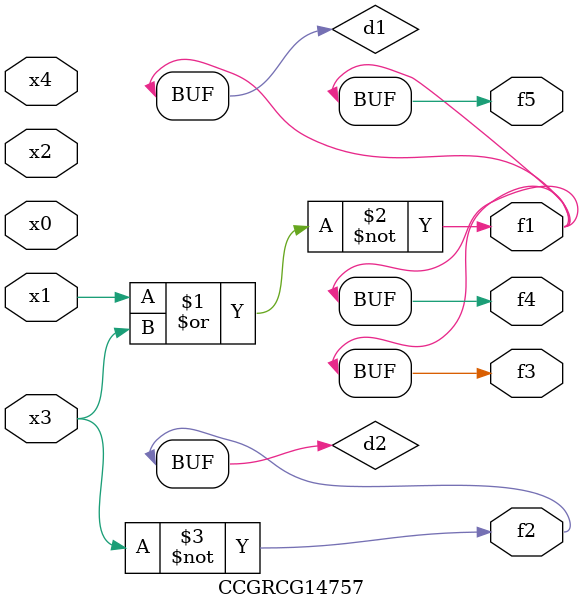
<source format=v>
module CCGRCG14757(
	input x0, x1, x2, x3, x4,
	output f1, f2, f3, f4, f5
);

	wire d1, d2;

	nor (d1, x1, x3);
	not (d2, x3);
	assign f1 = d1;
	assign f2 = d2;
	assign f3 = d1;
	assign f4 = d1;
	assign f5 = d1;
endmodule

</source>
